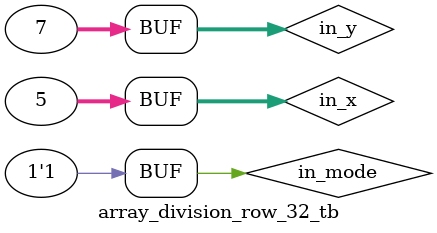
<source format=v>
module array_division_row_32 (input [31:0] in_x, input [31:0] in_y, input in_mode, output [31:0] out_result, output [31:0] out_y, output out_carry);

	// Currently this is essentially just a 32-bit RCA with with carry_in as in_mode, a_in as in_y ^ mode_in, and b_in as in_x.
	// In theory we could change this to a 32-bit CLA, reducing carry propogation from 32^2 to 32

	wire [32:0] w_modes;
	wire [32:0] w_carries;
	
	assign w_carries[32] = w_modes[32];
	assign w_modes[0] = in_mode;
	assign out_carry = w_carries[0];
	
	genvar i;
	
	generate
		for (i = 0; i < 32; i = i + 1) begin : gen_array_cells
			array_division_cell adc (.in_x (in_x[31-i]),
				.in_y (in_y[31-i]),
				.in_mode (w_modes[i]),
				.in_carry (w_carries[i+1]),
				.out_sum (out_result[31-i]),
				.out_y (out_y[31-i]),
				.out_mode (w_modes[i+1]),
				.out_carry (w_carries[i]));
		end
	endgenerate

endmodule

//---------------------------

module array_division_row_32_tb;

	reg [31:0] in_x, in_y;
	reg in_mode;
	wire [31:0] out_result, out_y;
	wire out_carry;
	
	parameter delay = 10;
	
	array_division_row_32 DUT (.in_x (in_x),
		.in_y (in_y),
		.in_mode (in_mode),
		.out_result (out_result),
		.out_y (out_y),
		.out_carry (out_carry));
	
	initial begin
		// Testbench values taken from Problem Set 1 Q12
		in_x = 32'b01100; in_y = 32'b0111; in_mode = 1;  // out_result = 0101, out_carry = 1;
		#(delay) in_x = 32'b0101; in_y = 32'b0111; in_mode = 1; // out_result = 1110, out_carry = 1;
	end

endmodule


</source>
